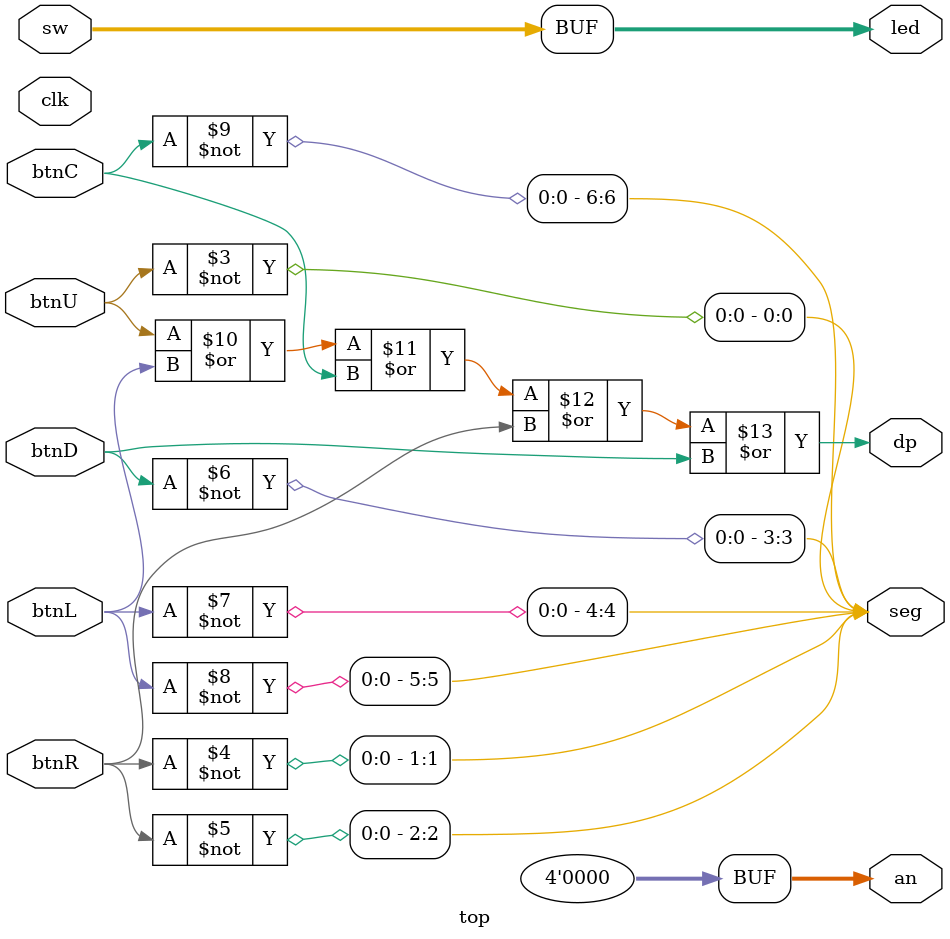
<source format=v>
`timescale 1ns / 1ps

module top (
    input             clk,      // 100MHz clock input, unused

    input             btnC,     // push button inputs
    input             btnU,
    input             btnD,
    input             btnR,
    input             btnL,

    input      [15:0] sw,       // slide switch inputs

    output reg [15:0] led,      // LED outputs

    output reg  [6:0] seg,      // 7-segment display outputs, active low
    output reg        dp,       // decimal point, active low
    output reg  [3:0] an        // common anodes, active low
);

    initial seg = 7'b1111111;   // clear 7-segment display

    initial an = 4'b0000;       // all digits enabled

    initial dp = 0;             // enable decimal point

    always @(sw) begin          // slide switches enable LEDs
        led <= sw;
    end

    always @(btnC or btnU or btnD or btnR or btnL) begin
        // Buttons control the digit on 7-segment LED.
        seg[0] <= ~btnU;

        seg[1] <= ~btnR;
        seg[2] <= ~btnR;

        seg[3] <= ~btnD;

        seg[4] <= ~btnL;
        seg[5] <= ~btnL;

        seg[6] <= ~btnC;

        // Highlight the dot when no button pressed.
        dp <= btnU | btnL | btnC | btnR | btnD;
    end

endmodule

</source>
